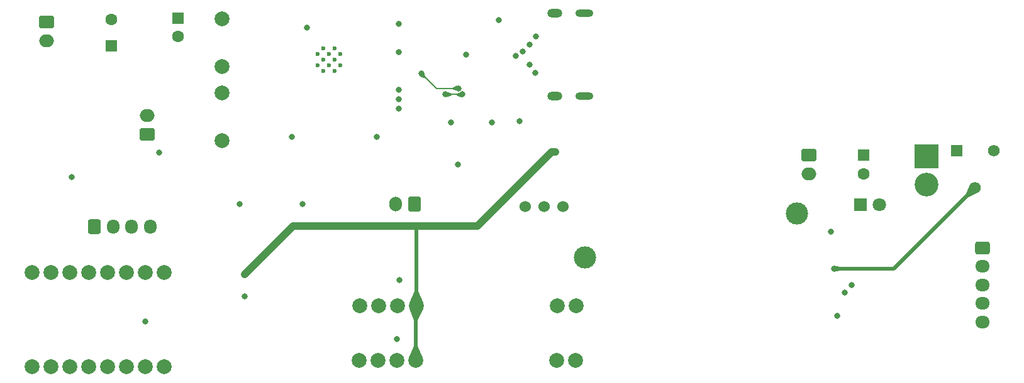
<source format=gbr>
%TF.GenerationSoftware,KiCad,Pcbnew,7.0.8-7.0.8~ubuntu22.04.1*%
%TF.CreationDate,2023-10-31T14:14:17+03:00*%
%TF.ProjectId,main-module,6d61696e-2d6d-46f6-9475-6c652e6b6963,rev?*%
%TF.SameCoordinates,Original*%
%TF.FileFunction,Copper,L3,Inr*%
%TF.FilePolarity,Positive*%
%FSLAX46Y46*%
G04 Gerber Fmt 4.6, Leading zero omitted, Abs format (unit mm)*
G04 Created by KiCad (PCBNEW 7.0.8-7.0.8~ubuntu22.04.1) date 2023-10-31 14:14:17*
%MOMM*%
%LPD*%
G01*
G04 APERTURE LIST*
G04 Aperture macros list*
%AMRoundRect*
0 Rectangle with rounded corners*
0 $1 Rounding radius*
0 $2 $3 $4 $5 $6 $7 $8 $9 X,Y pos of 4 corners*
0 Add a 4 corners polygon primitive as box body*
4,1,4,$2,$3,$4,$5,$6,$7,$8,$9,$2,$3,0*
0 Add four circle primitives for the rounded corners*
1,1,$1+$1,$2,$3*
1,1,$1+$1,$4,$5*
1,1,$1+$1,$6,$7*
1,1,$1+$1,$8,$9*
0 Add four rect primitives between the rounded corners*
20,1,$1+$1,$2,$3,$4,$5,0*
20,1,$1+$1,$4,$5,$6,$7,0*
20,1,$1+$1,$6,$7,$8,$9,0*
20,1,$1+$1,$8,$9,$2,$3,0*%
G04 Aperture macros list end*
%TA.AperFunction,ComponentPad*%
%ADD10RoundRect,0.250000X-0.725000X0.600000X-0.725000X-0.600000X0.725000X-0.600000X0.725000X0.600000X0*%
%TD*%
%TA.AperFunction,ComponentPad*%
%ADD11O,1.950000X1.700000*%
%TD*%
%TA.AperFunction,ComponentPad*%
%ADD12C,2.000000*%
%TD*%
%TA.AperFunction,ComponentPad*%
%ADD13R,3.200000X3.200000*%
%TD*%
%TA.AperFunction,ComponentPad*%
%ADD14O,3.200000X3.200000*%
%TD*%
%TA.AperFunction,ComponentPad*%
%ADD15R,1.560000X1.560000*%
%TD*%
%TA.AperFunction,ComponentPad*%
%ADD16C,1.560000*%
%TD*%
%TA.AperFunction,ComponentPad*%
%ADD17RoundRect,0.250000X-0.750000X0.600000X-0.750000X-0.600000X0.750000X-0.600000X0.750000X0.600000X0*%
%TD*%
%TA.AperFunction,ComponentPad*%
%ADD18O,2.000000X1.700000*%
%TD*%
%TA.AperFunction,ComponentPad*%
%ADD19R,1.600000X1.600000*%
%TD*%
%TA.AperFunction,ComponentPad*%
%ADD20C,1.600000*%
%TD*%
%TA.AperFunction,ComponentPad*%
%ADD21C,1.524000*%
%TD*%
%TA.AperFunction,ComponentPad*%
%ADD22O,2.000000X1.200000*%
%TD*%
%TA.AperFunction,ComponentPad*%
%ADD23O,2.400000X1.000000*%
%TD*%
%TA.AperFunction,ComponentPad*%
%ADD24RoundRect,0.250000X-0.600000X-0.725000X0.600000X-0.725000X0.600000X0.725000X-0.600000X0.725000X0*%
%TD*%
%TA.AperFunction,ComponentPad*%
%ADD25O,1.700000X1.950000*%
%TD*%
%TA.AperFunction,ComponentPad*%
%ADD26C,3.000000*%
%TD*%
%TA.AperFunction,ComponentPad*%
%ADD27R,1.800000X1.800000*%
%TD*%
%TA.AperFunction,ComponentPad*%
%ADD28C,1.800000*%
%TD*%
%TA.AperFunction,ComponentPad*%
%ADD29RoundRect,0.250000X0.750000X-0.600000X0.750000X0.600000X-0.750000X0.600000X-0.750000X-0.600000X0*%
%TD*%
%TA.AperFunction,ComponentPad*%
%ADD30RoundRect,0.250000X0.600000X0.750000X-0.600000X0.750000X-0.600000X-0.750000X0.600000X-0.750000X0*%
%TD*%
%TA.AperFunction,ComponentPad*%
%ADD31O,1.700000X2.000000*%
%TD*%
%TA.AperFunction,HeatsinkPad*%
%ADD32C,0.600000*%
%TD*%
%TA.AperFunction,ViaPad*%
%ADD33C,0.800000*%
%TD*%
%TA.AperFunction,Conductor*%
%ADD34C,1.000000*%
%TD*%
%TA.AperFunction,Conductor*%
%ADD35C,0.500000*%
%TD*%
%TA.AperFunction,Conductor*%
%ADD36C,0.200000*%
%TD*%
G04 APERTURE END LIST*
D10*
%TO.N,Net-(T1-AA)*%
%TO.C,T1*%
X172550000Y-75687500D03*
D11*
%TO.N,Net-(T1-AB)*%
X172550000Y-78187500D03*
%TO.N,Net-(T1-SA)*%
X172550000Y-80687500D03*
%TO.N,VPP*%
X172550000Y-83187500D03*
%TO.N,Net-(T1-SB)*%
X172550000Y-85687500D03*
%TD*%
D12*
%TO.N,/M_ENABLE#*%
%TO.C,U13*%
X44560000Y-91675000D03*
%TO.N,GNDA*%
X47100000Y-91675000D03*
X49640000Y-91675000D03*
%TO.N,unconnected-(U13-PDN{slash}UART1-Pad4)*%
X52180000Y-91675000D03*
%TO.N,unconnected-(U13-PDN{slash}UART2-Pad5)*%
X54720000Y-91675000D03*
%TO.N,unconnected-(U13-EXTERNAL_CLK-Pad6)*%
X57260000Y-91675000D03*
%TO.N,/M_STEP*%
X59800000Y-91675000D03*
%TO.N,/M_DIR*%
X62340000Y-91675000D03*
%TO.N,VD*%
X44560000Y-78975000D03*
%TO.N,GNDPWR*%
X47100000Y-78975000D03*
%TO.N,Net-(J6-Pin_1)*%
X49640000Y-78975000D03*
%TO.N,Net-(J6-Pin_2)*%
X52180000Y-78975000D03*
%TO.N,Net-(J6-Pin_3)*%
X54720000Y-78975000D03*
%TO.N,Net-(J6-Pin_4)*%
X57260000Y-78975000D03*
%TO.N,+3V3*%
X59800000Y-78975000D03*
%TO.N,GNDPWR*%
X62340000Y-78975000D03*
%TD*%
D13*
%TO.N,VPP*%
%TO.C,D4*%
X164950000Y-63315000D03*
D14*
%TO.N,GND1*%
X164950000Y-67125000D03*
%TD*%
D15*
%TO.N,Net-(D6-+)*%
%TO.C,RV2*%
X169050000Y-62547500D03*
D16*
%TO.N,/TL494_FEEDBACK*%
X171550000Y-67547500D03*
%TO.N,GND1*%
X174050000Y-62547500D03*
%TD*%
D17*
%TO.N,GNDPWR*%
%TO.C,J1*%
X46560000Y-45250000D03*
D18*
%TO.N,/7.5V_BEFORE_FUSE*%
X46560000Y-47750000D03*
%TD*%
D19*
%TO.N,VPP*%
%TO.C,C18*%
X156550000Y-63205121D03*
D20*
%TO.N,GND1*%
X156550000Y-65705121D03*
%TD*%
D21*
%TO.N,/FM_OUT_433*%
%TO.C,U7*%
X110995000Y-70100000D03*
%TO.N,+5V*%
X113535000Y-70100000D03*
%TO.N,GNDA*%
X116075000Y-70100000D03*
%TD*%
D22*
%TO.N,GNDA*%
%TO.C,J2*%
X114975000Y-55250000D03*
D23*
X118900000Y-55250000D03*
D22*
X114975000Y-44050000D03*
D23*
X118900000Y-44050000D03*
%TD*%
D24*
%TO.N,Net-(J6-Pin_1)*%
%TO.C,J6*%
X53000000Y-72800000D03*
D25*
%TO.N,Net-(J6-Pin_2)*%
X55500000Y-72800000D03*
%TO.N,Net-(J6-Pin_3)*%
X58000000Y-72800000D03*
%TO.N,Net-(J6-Pin_4)*%
X60500000Y-72800000D03*
%TD*%
D12*
%TO.N,GNDA*%
%TO.C,SW1*%
X70135000Y-51275000D03*
%TO.N,/ESP32_ENABLE*%
X70135000Y-44775000D03*
%TD*%
D26*
%TO.N,GND1*%
%TO.C,TP5*%
X147550000Y-71087500D03*
%TD*%
D19*
%TO.N,+3V3*%
%TO.C,C17*%
X64235000Y-44700000D03*
D20*
%TO.N,GNDA*%
X64235000Y-47200000D03*
%TD*%
D27*
%TO.N,GND1*%
%TO.C,D5*%
X156075000Y-69887500D03*
D28*
%TO.N,Net-(D5-A)*%
X158615000Y-69887500D03*
%TD*%
D19*
%TO.N,/7.5V_BEFORE_FUSE*%
%TO.C,C4*%
X55235000Y-48400000D03*
D20*
%TO.N,GNDA*%
X55235000Y-44900000D03*
%TD*%
D29*
%TO.N,Net-(J3-Pin_1)*%
%TO.C,J3*%
X60110000Y-60350000D03*
D18*
%TO.N,Net-(J3-Pin_2)*%
X60110000Y-57850000D03*
%TD*%
D12*
%TO.N,unconnected-(U6-ANT-Pad1)*%
%TO.C,U6*%
X117800000Y-83500000D03*
%TO.N,GNDA*%
X115260000Y-83500000D03*
%TO.N,+5V*%
X96300000Y-83500000D03*
X93760000Y-83500000D03*
%TO.N,/FM_IN_5V_433*%
X91220000Y-83500000D03*
%TO.N,GNDA*%
X88680000Y-83500000D03*
%TD*%
%TO.N,/CHARGER_START_BUTTON*%
%TO.C,SW2*%
X70135000Y-54750000D03*
%TO.N,GNDA*%
X70135000Y-61250000D03*
%TD*%
D26*
%TO.N,GNDA*%
%TO.C,TP1*%
X119000000Y-77000000D03*
%TD*%
D12*
%TO.N,unconnected-(U10-ANT-Pad1)*%
%TO.C,U10*%
X117735000Y-90900000D03*
%TO.N,GNDA*%
X115195000Y-90900000D03*
%TO.N,+5V*%
X96235000Y-90900000D03*
X93695000Y-90900000D03*
%TO.N,/FM_IN_5V_315*%
X91155000Y-90900000D03*
%TO.N,GNDA*%
X88615000Y-90900000D03*
%TD*%
D30*
%TO.N,GNDA*%
%TO.C,J5*%
X96050000Y-69800000D03*
D31*
%TO.N,/LIMIT_SWITCH*%
X93550000Y-69800000D03*
%TD*%
D32*
%TO.N,GNDA*%
%TO.C,U8*%
X83037500Y-49512500D03*
X83037500Y-51037500D03*
X83800000Y-48750000D03*
X83800000Y-50275000D03*
X83800000Y-51800000D03*
X84562500Y-49512500D03*
X84562500Y-51037500D03*
X85325000Y-48750000D03*
X85325000Y-50275000D03*
X85325000Y-51800000D03*
X86087500Y-49512500D03*
X86087500Y-51037500D03*
%TD*%
D17*
%TO.N,VPP*%
%TO.C,J4*%
X149150000Y-63187500D03*
D18*
%TO.N,GND1*%
X149150000Y-65687500D03*
%TD*%
D33*
%TO.N,GNDA*%
X110200000Y-58600000D03*
X73250000Y-82250000D03*
X81000000Y-69750000D03*
X103035000Y-49600000D03*
X72500000Y-69750000D03*
X79532500Y-60695000D03*
%TO.N,+3V3*%
X81600000Y-46000000D03*
X59875000Y-85575000D03*
%TO.N,+5V*%
X115000000Y-62750000D03*
X73250000Y-79250000D03*
%TO.N,/ESP32_ENABLE*%
X101900000Y-64400000D03*
%TO.N,VPP*%
X154950000Y-80687500D03*
%TO.N,/TL494_FEEDBACK*%
X152550000Y-78487500D03*
%TO.N,VBUS*%
X112435000Y-47200000D03*
X112335000Y-52100000D03*
X107435000Y-45000000D03*
%TO.N,/D+*%
X111535000Y-48300000D03*
X109735000Y-49800000D03*
%TO.N,/D-*%
X111535000Y-51000000D03*
X110635000Y-49200000D03*
%TO.N,/VM_ENABLE*%
X61735000Y-62800000D03*
%TO.N,Net-(Q1-D)*%
X49935000Y-66100000D03*
%TO.N,Net-(Q3-B)*%
X106450000Y-58750000D03*
%TO.N,Net-(Q4-E)*%
X100950000Y-58750000D03*
%TO.N,/FM_IN_433*%
X94000000Y-80000000D03*
X93992500Y-54365000D03*
%TO.N,Net-(U11-IN-)*%
X152950000Y-84887500D03*
%TO.N,Net-(U12-IN-)*%
X153950000Y-81687500D03*
X152150000Y-73487500D03*
%TO.N,/FM_IN_315*%
X93992500Y-49285000D03*
X93735000Y-88000000D03*
%TO.N,/TXD_3V3*%
X101979378Y-54169163D03*
X97000000Y-52200000D03*
%TO.N,/RXD_3V3*%
X102535000Y-55000000D03*
X100250000Y-55000000D03*
%TO.N,/FM_OUT_433*%
X93992500Y-45475000D03*
%TO.N,/M_DIR*%
X93992500Y-56905000D03*
%TO.N,/M_STEP*%
X93992500Y-55635000D03*
%TO.N,/M_ENABLE#*%
X90962500Y-60695000D03*
%TD*%
D34*
%TO.N,+5V*%
X114500000Y-62750000D02*
X115000000Y-62750000D01*
D35*
X96300000Y-72800000D02*
X96250000Y-72750000D01*
D34*
X104500000Y-72750000D02*
X114500000Y-62750000D01*
X96250000Y-72750000D02*
X104500000Y-72750000D01*
D35*
X96300000Y-83500000D02*
X96300000Y-72800000D01*
D34*
X73250000Y-79250000D02*
X79750000Y-72750000D01*
X79750000Y-72750000D02*
X96250000Y-72750000D01*
D35*
X96235000Y-90900000D02*
X96235000Y-83565000D01*
%TO.N,/TL494_FEEDBACK*%
X160610000Y-78487500D02*
X171550000Y-67547500D01*
X152550000Y-78487500D02*
X160610000Y-78487500D01*
D36*
%TO.N,/TXD_3V3*%
X101948541Y-54200000D02*
X99000000Y-54200000D01*
X101979378Y-54169163D02*
X101948541Y-54200000D01*
X99000000Y-54200000D02*
X97000000Y-52200000D01*
%TO.N,/RXD_3V3*%
X100250000Y-55000000D02*
X102535000Y-55000000D01*
%TD*%
%TA.AperFunction,Conductor*%
%TO.N,+5V*%
G36*
X96550473Y-81503427D02*
G01*
X96553000Y-81507200D01*
X97219374Y-83106504D01*
X97219393Y-83115459D01*
X97213074Y-83121804D01*
X97213061Y-83121809D01*
X96304487Y-83499136D01*
X96295533Y-83499145D01*
X96295513Y-83499136D01*
X95386938Y-83121809D01*
X95380611Y-83115471D01*
X95380620Y-83106517D01*
X95380625Y-83106504D01*
X96047000Y-81507200D01*
X96053345Y-81500881D01*
X96057800Y-81500000D01*
X96542200Y-81500000D01*
X96550473Y-81503427D01*
G37*
%TD.AperFunction*%
%TD*%
%TA.AperFunction,Conductor*%
%TO.N,+5V*%
G36*
X97212657Y-83878022D02*
G01*
X97218983Y-83884359D01*
X97218974Y-83893313D01*
X97218796Y-83893720D01*
X96488134Y-85480265D01*
X96481561Y-85486346D01*
X96477507Y-85487071D01*
X95993074Y-85487071D01*
X95984801Y-85483644D01*
X95982135Y-85479522D01*
X95380144Y-83893286D01*
X95380413Y-83884338D01*
X95386595Y-83878332D01*
X96295514Y-83500862D01*
X96304464Y-83500854D01*
X97212657Y-83878022D01*
G37*
%TD.AperFunction*%
%TD*%
%TA.AperFunction,Conductor*%
%TO.N,+5V*%
G36*
X96485473Y-88903427D02*
G01*
X96488000Y-88907200D01*
X97154374Y-90506504D01*
X97154393Y-90515459D01*
X97148074Y-90521804D01*
X97148061Y-90521809D01*
X96239487Y-90899136D01*
X96230533Y-90899145D01*
X96230513Y-90899136D01*
X95321938Y-90521809D01*
X95315611Y-90515471D01*
X95315620Y-90506517D01*
X95315625Y-90506504D01*
X95982000Y-88907200D01*
X95988345Y-88900881D01*
X95992800Y-88900000D01*
X96477200Y-88900000D01*
X96485473Y-88903427D01*
G37*
%TD.AperFunction*%
%TD*%
%TA.AperFunction,Conductor*%
%TO.N,/TL494_FEEDBACK*%
G36*
X170839797Y-67253309D02*
G01*
X171546212Y-67544937D01*
X171552551Y-67551262D01*
X171552562Y-67551287D01*
X171844189Y-68257701D01*
X171844178Y-68266656D01*
X171838234Y-68272809D01*
X170631080Y-68823988D01*
X170622130Y-68824307D01*
X170617947Y-68821618D01*
X170275881Y-68479552D01*
X170272454Y-68471279D01*
X170273509Y-68466424D01*
X170824690Y-67259264D01*
X170831243Y-67253163D01*
X170839797Y-67253309D01*
G37*
%TD.AperFunction*%
%TD*%
%TA.AperFunction,Conductor*%
%TO.N,/TL494_FEEDBACK*%
G36*
X152563817Y-78090090D02*
G01*
X153340457Y-78235710D01*
X153347956Y-78240603D01*
X153350000Y-78247210D01*
X153350000Y-78727789D01*
X153346573Y-78736062D01*
X153340456Y-78739289D01*
X152563820Y-78884908D01*
X152555057Y-78883064D01*
X152550164Y-78875564D01*
X152549964Y-78873446D01*
X152549000Y-78487500D01*
X152549964Y-78101559D01*
X152553412Y-78093297D01*
X152561693Y-78089891D01*
X152563817Y-78090090D01*
G37*
%TD.AperFunction*%
%TD*%
%TA.AperFunction,Conductor*%
%TO.N,/TXD_3V3*%
G36*
X101830802Y-53810425D02*
G01*
X101831007Y-53810889D01*
X101978501Y-54164661D01*
X101978522Y-54173615D01*
X101978501Y-54173665D01*
X101830637Y-54528322D01*
X101824290Y-54534640D01*
X101815754Y-54534784D01*
X101193128Y-54302837D01*
X101186571Y-54296738D01*
X101185512Y-54291873D01*
X101185512Y-54107437D01*
X101188939Y-54099164D01*
X101192244Y-54096843D01*
X101815242Y-53804796D01*
X101824187Y-53804389D01*
X101830802Y-53810425D01*
G37*
%TD.AperFunction*%
%TD*%
%TA.AperFunction,Conductor*%
%TO.N,/TXD_3V3*%
G36*
X97367688Y-52051399D02*
G01*
X97374005Y-52057743D01*
X97633426Y-52687762D01*
X97633407Y-52696717D01*
X97630880Y-52700490D01*
X97500490Y-52830880D01*
X97492217Y-52834307D01*
X97487762Y-52833426D01*
X96857743Y-52574005D01*
X96851398Y-52567686D01*
X96851378Y-52558735D01*
X96997437Y-52203802D01*
X97003753Y-52197457D01*
X97358735Y-52051378D01*
X97367688Y-52051399D01*
G37*
%TD.AperFunction*%
%TD*%
%TA.AperFunction,Conductor*%
%TO.N,/RXD_3V3*%
G36*
X102386428Y-54641244D02*
G01*
X102534123Y-54995498D01*
X102534144Y-55004452D01*
X102534123Y-55004502D01*
X102386428Y-55358755D01*
X102380081Y-55365073D01*
X102371129Y-55365053D01*
X101742200Y-55102999D01*
X101735881Y-55096654D01*
X101735000Y-55092199D01*
X101735000Y-54907799D01*
X101738427Y-54899526D01*
X101742196Y-54897001D01*
X102059815Y-54764660D01*
X102062765Y-54763866D01*
X102136140Y-54754207D01*
X102231700Y-54714624D01*
X102282210Y-54693703D01*
X102282211Y-54693702D01*
X102282219Y-54693699D01*
X102342918Y-54647122D01*
X102345518Y-54645618D01*
X102371131Y-54634945D01*
X102380084Y-54634927D01*
X102386428Y-54641244D01*
G37*
%TD.AperFunction*%
%TD*%
%TA.AperFunction,Conductor*%
%TO.N,/RXD_3V3*%
G36*
X100413868Y-54634945D02*
G01*
X101042800Y-54897000D01*
X101049119Y-54903345D01*
X101050000Y-54907800D01*
X101050000Y-55092199D01*
X101046573Y-55100472D01*
X101042800Y-55102999D01*
X100413870Y-55365053D01*
X100404915Y-55365072D01*
X100398571Y-55358755D01*
X100250875Y-55004499D01*
X100250855Y-54995550D01*
X100398572Y-54641242D01*
X100404918Y-54634926D01*
X100413868Y-54634945D01*
G37*
%TD.AperFunction*%
%TD*%
M02*

</source>
